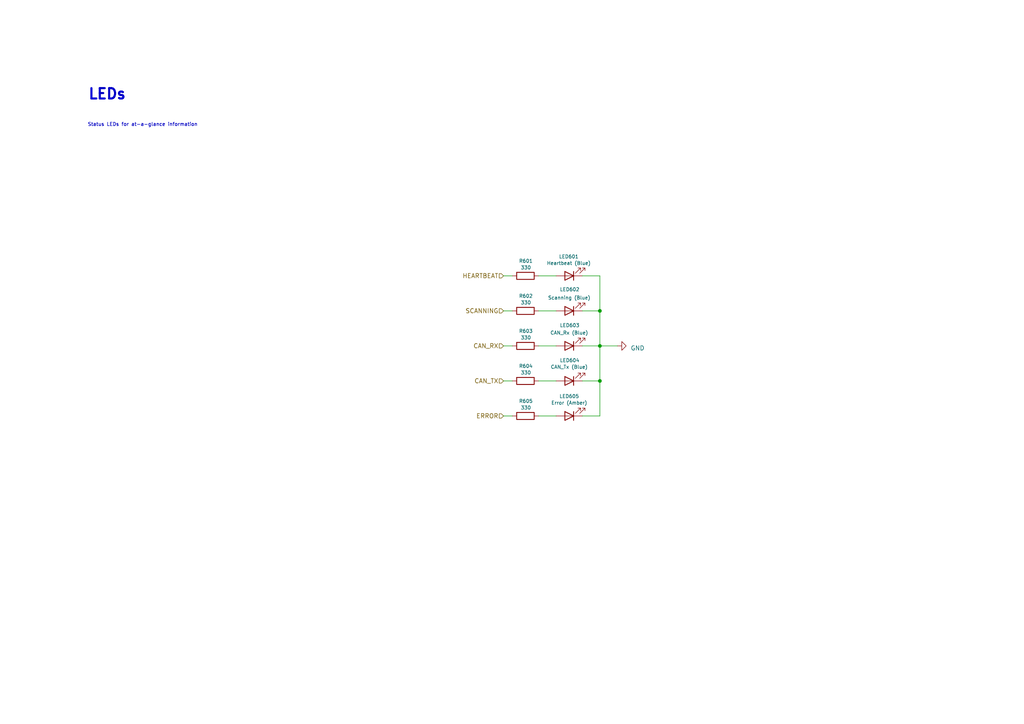
<source format=kicad_sch>
(kicad_sch (version 20230121) (generator eeschema)
  (paper "A4")
  (title_block (title "Curve Tracer") (date "2022-06-05") (rev "1.3.0") (company "Longhorn Racing Solar") (comment 1 "Matthew Yu") (comment 2 "Gary Hallock"))
  (lib_symbols
    (symbol "Device:LED" (pin_numbers hide) (pin_names (offset 1.016) hide)
      (property "Reference" "D" (at 0 2.54 0))
      (property "Value" "LED" (at 0 -2.54 0))
      (symbol "LED_0_1"
        (polyline (pts (xy -1.27 -1.27) (xy -1.27 1.27)) (stroke (width 0.254)))
        (polyline (pts (xy -1.27 0) (xy 1.27 0)))
        (polyline (pts (xy 1.27 -1.27) (xy 1.27 1.27) (xy -1.27 0) (xy 1.27 -1.27)) (stroke (width 0.254)))
        (polyline (pts (xy -3.048 -0.762) (xy -4.572 -2.286) (xy -3.81 -2.286) (xy -4.572 -2.286) (xy -4.572 -1.524)))
        (polyline (pts (xy -1.778 -0.762) (xy -3.302 -2.286) (xy -2.54 -2.286) (xy -3.302 -2.286) (xy -3.302 -1.524)))
      )
      (symbol "LED_1_1"
        (pin passive line (at -3.81 0 0) (length 2.54) (name "K") (number "1"))
        (pin passive line (at 3.81 0 180) (length 2.54) (name "A") (number "2"))
      )
    )
    (symbol "Device:R" (pin_numbers hide) (pin_names (offset 0))
      (property "Reference" "R" (at 2.032 0 90))
      (property "Value" "R" (at 0 0 90))
      (symbol "R_0_1"
        (rectangle (start -1.016 -2.54) (end 1.016 2.54) (stroke (width 0.254)))
      )
      (symbol "R_1_1"
        (pin passive line (at 0 3.81 270) (length 1.27) (name "~") (number "1"))
        (pin passive line (at 0 -3.81 90) (length 1.27) (name "~") (number "2"))
      )
    )
    (symbol "GND_1" (power) (pin_names (offset 0))
      (property "Value" "GND_1" (at 0 -3.81 0))
      (symbol "GND_1_0_1"
        (polyline (pts (xy 0 0) (xy 0 -1.27) (xy 1.27 -1.27) (xy 0 -2.54) (xy -1.27 -1.27) (xy 0 -1.27)))
      )
      (symbol "GND_1_1_1"
        (pin power_in line (at 0 0 270) (length 0) hide (name "GND") (number "1"))
      )
    )
  )
  (junction (at 173.99 110.49))
  (junction (at 173.99 90.17))
  (junction (at 173.99 100.33))
  (wire (pts (xy 146.05 80.01) (xy 148.59 80.01)))
  (wire (pts (xy 146.05 100.33) (xy 148.59 100.33)))
  (wire (pts (xy 173.99 120.65) (xy 168.91 120.65)))
  (wire (pts (xy 173.99 110.49) (xy 173.99 120.65)))
  (wire (pts (xy 156.21 80.01) (xy 161.29 80.01)))
  (wire (pts (xy 173.99 100.33) (xy 179.07 100.33)))
  (wire (pts (xy 146.05 90.17) (xy 148.59 90.17)))
  (wire (pts (xy 156.21 110.49) (xy 161.29 110.49)))
  (wire (pts (xy 173.99 90.17) (xy 168.91 90.17)))
  (wire (pts (xy 173.99 90.17) (xy 173.99 100.33)))
  (wire (pts (xy 173.99 110.49) (xy 168.91 110.49)))
  (wire (pts (xy 156.21 120.65) (xy 161.29 120.65)))
  (wire (pts (xy 173.99 80.01) (xy 173.99 90.17)))
  (wire (pts (xy 173.99 100.33) (xy 173.99 110.49)))
  (wire (pts (xy 146.05 120.65) (xy 148.59 120.65)))
  (wire (pts (xy 146.05 110.49) (xy 148.59 110.49)))
  (wire (pts (xy 173.99 100.33) (xy 168.91 100.33)))
  (wire (pts (xy 156.21 90.17) (xy 161.29 90.17)))
  (wire (pts (xy 156.21 100.33) (xy 161.29 100.33)))
  (wire (pts (xy 168.91 80.01) (xy 173.99 80.01)))
  (text "Status LEDs for at-a-glance information" (at 25.4 36.83 0) (effects (font (size 1 1)) (justify left bottom)))
  (text "LEDs" (at 25.4 29.21 0) (effects (font (size 3 3) (thickness 0.6096) bold) (justify left bottom)))
  (hierarchical_label "ERROR" (shape input) (at 146.05 120.65 180))
  (hierarchical_label "CAN_RX" (shape input) (at 146.05 100.33 180))
  (hierarchical_label "SCANNING" (shape input) (at 146.05 90.17 180))
  (hierarchical_label "HEARTBEAT" (shape input) (at 146.05 80.01 180))
  (hierarchical_label "CAN_TX" (shape input) (at 146.05 110.49 180))
  (symbol (lib_id "Device:R") (at 152.4 110.49 270) (unit 1)
    (property "Reference" "R604" (at 152.527 106.172 90) (effects (font (size 1 1))))
    (property "Value" "330" (at 152.527 108.077 90) (effects (font (size 1 1))))
    (property "Footprint" "Resistor_SMD:R_0805_2012Metric" (effects hide))
    (property "Datasheet" "https://datasheet.lcsc.com/lcsc/2205311830_UNI-ROYAL-Uniroyal-Elec-0805W8F3300T5E_C17630.pdf" (effects hide))
    (property "Distributor" "JLCPCB" (effects hide))
    (property "Manufacturer" "UNI-ROYAL(Uniroyal Elec)" (effects hide))
    (property "Cost" "0.0018" (effects hide))
    (property "LCSC Part #" "C17630" (effects hide))
    (property "P/N" "0805W8F3300T5E" (effects hide))
  )
  (symbol (lib_id "Device:R") (at 152.4 100.33 270) (unit 1)
    (property "Reference" "R603" (at 152.527 96.012 90) (effects (font (size 1 1))))
    (property "Value" "330" (at 152.527 97.917 90) (effects (font (size 1 1))))
    (property "Footprint" "Resistor_SMD:R_0805_2012Metric" (effects hide))
    (property "Datasheet" "https://datasheet.lcsc.com/lcsc/2205311830_UNI-ROYAL-Uniroyal-Elec-0805W8F3300T5E_C17630.pdf" (effects hide))
    (property "Distributor" "JLCPCB" (effects hide))
    (property "Manufacturer" "UNI-ROYAL(Uniroyal Elec)" (effects hide))
    (property "Cost" "0.0018" (effects hide))
    (property "LCSC Part #" "C17630" (effects hide))
    (property "P/N" "0805W8F3300T5E" (effects hide))
  )
  (symbol (lib_id "Device:LED") (at 165.1 120.65 180) (unit 1)
    (property "Reference" "LED605" (at 165.1 114.935 0) (effects (font (size 1 1))))
    (property "Value" "Error (Amber)" (at 165.1 116.84 0) (effects (font (size 1 1))))
    (property "Footprint" "LED_SMD:LED_0805_2012Metric" (effects hide))
    (property "Datasheet" "https://www.mouser.com/datasheet/2/216/APTD2012LSURCK-1101937.pdf" (effects hide))
    (property "Distributor" "Mouser" (effects hide))
    (property "Manufacturer" "Kingbright" (effects hide))
    (property "Cost" "0.41" (effects hide))
    (property "P/N" "APTD2012LSURCK" (effects hide))
  )
  (symbol (lib_id "Device:LED") (at 165.1 110.49 180) (unit 1)
    (property "Reference" "LED604" (at 165.227 104.521 0) (effects (font (size 1 1))))
    (property "Value" "CAN_Tx (Blue)" (at 165.1 106.426 0) (effects (font (size 1 1))))
    (property "Footprint" "LED_SMD:LED_0805_2012Metric" (effects hide))
    (property "Datasheet" "https://www.mouser.com/datasheet/2/216/APTD2012LQBC_D-1102003.pdf" (effects hide))
    (property "Distributor" "Mouser" (effects hide))
    (property "Manufacturer" "Kingbright" (effects hide))
    (property "Cost" "0.54" (effects hide))
    (property "P/N" "APTD2012LQBC/D" (effects hide))
  )
  (symbol (lib_id "Device:R") (at 152.4 80.01 270) (unit 1)
    (property "Reference" "R601" (at 152.527 75.692 90) (effects (font (size 1 1))))
    (property "Value" "330" (at 152.527 77.597 90) (effects (font (size 1 1))))
    (property "Footprint" "Resistor_SMD:R_0805_2012Metric" (effects hide))
    (property "Datasheet" "https://datasheet.lcsc.com/lcsc/2205311830_UNI-ROYAL-Uniroyal-Elec-0805W8F3300T5E_C17630.pdf" (effects hide))
    (property "Distributor" "JLCPCB" (effects hide))
    (property "Manufacturer" "UNI-ROYAL(Uniroyal Elec)" (effects hide))
    (property "Cost" "0.0018" (effects hide))
    (property "LCSC Part #" "C17630" (effects hide))
    (property "P/N" "0805W8F3300T5E" (effects hide))
  )
  (symbol (lib_id "Device:R") (at 152.4 120.65 270) (unit 1)
    (property "Reference" "R605" (at 152.527 116.332 90) (effects (font (size 1 1))))
    (property "Value" "330" (at 152.527 118.237 90) (effects (font (size 1 1))))
    (property "Footprint" "Resistor_SMD:R_0805_2012Metric" (effects hide))
    (property "Datasheet" "https://datasheet.lcsc.com/lcsc/2205311830_UNI-ROYAL-Uniroyal-Elec-0805W8F3300T5E_C17630.pdf" (effects hide))
    (property "Distributor" "JLCPCB" (effects hide))
    (property "Manufacturer" "UNI-ROYAL(Uniroyal Elec)" (effects hide))
    (property "Cost" "0.0018" (effects hide))
    (property "LCSC Part #" "C17630" (effects hide))
    (property "P/N" "0805W8F3300T5E" (effects hide))
  )
  (symbol (lib_id "Device:R") (at 152.4 90.17 270) (unit 1)
    (property "Reference" "R602" (at 152.527 85.852 90) (effects (font (size 1 1))))
    (property "Value" "330" (at 152.527 87.757 90) (effects (font (size 1 1))))
    (property "Footprint" "Resistor_SMD:R_0805_2012Metric" (effects hide))
    (property "Datasheet" "https://datasheet.lcsc.com/lcsc/2205311830_UNI-ROYAL-Uniroyal-Elec-0805W8F3300T5E_C17630.pdf" (effects hide))
    (property "Distributor" "JLCPCB" (effects hide))
    (property "Manufacturer" "UNI-ROYAL(Uniroyal Elec)" (effects hide))
    (property "Cost" "0.0018" (effects hide))
    (property "LCSC Part #" "C17630" (effects hide))
    (property "P/N" "0805W8F3300T5E" (effects hide))
  )
  (symbol (lib_id "Device:LED") (at 165.1 100.33 180) (unit 1)
    (property "Reference" "LED603" (at 165.227 94.361 0) (effects (font (size 1 1))))
    (property "Value" "CAN_Rx (Blue)" (at 165.1 96.52 0) (effects (font (size 1 1))))
    (property "Footprint" "LED_SMD:LED_0805_2012Metric" (effects hide))
    (property "Datasheet" "https://www.mouser.com/datasheet/2/216/APTD2012LQBC_D-1102003.pdf" (effects hide))
    (property "Distributor" "Mouser" (effects hide))
    (property "Manufacturer" "Kingbright" (effects hide))
    (property "Cost" "0.54" (effects hide))
    (property "P/N" "APTD2012LQBC/D" (effects hide))
  )
  (symbol (lib_id "Device:LED") (at 165.1 80.01 180) (unit 1)
    (property "Reference" "LED601" (at 164.973 74.422 0) (effects (font (size 1 1))))
    (property "Value" "Heartbeat (Blue)" (at 164.973 76.327 0) (effects (font (size 1 1))))
    (property "Footprint" "LED_SMD:LED_0805_2012Metric" (effects hide))
    (property "Datasheet" "https://www.mouser.com/datasheet/2/216/APTD2012LQBC_D-1102003.pdf" (effects hide))
    (property "Distributor" "Mouser" (effects hide))
    (property "Manufacturer" "Kingbright" (effects hide))
    (property "Cost" "0.54" (effects hide))
    (property "P/N" "APTD2012LQBC/D" (effects hide))
  )
  (symbol (lib_name "GND_1") (lib_id "power:GND") (at 179.07 100.33 90) (unit 1)
    (property "Reference" "#PWR0606" (effects hide))
    (property "Value" "GND" (at 182.88 100.965 90) (effects (justify right)))
  )
  (symbol (lib_id "Device:LED") (at 165.1 90.17 180) (unit 1)
    (property "Reference" "LED602" (at 165.227 83.947 0) (effects (font (size 1 1))))
    (property "Value" "Scanning (Blue)" (at 165.1 86.36 0) (effects (font (size 1 1))))
    (property "Footprint" "LED_SMD:LED_0805_2012Metric" (effects hide))
    (property "Datasheet" "https://www.mouser.com/datasheet/2/216/APTD2012LQBC_D-1102003.pdf" (effects hide))
    (property "Distributor" "Mouser" (effects hide))
    (property "Manufacturer" "Kingbright" (effects hide))
    (property "Cost" "0.54" (effects hide))
    (property "P/N" "APTD2012LQBC/D" (effects hide))
  )
)
</source>
